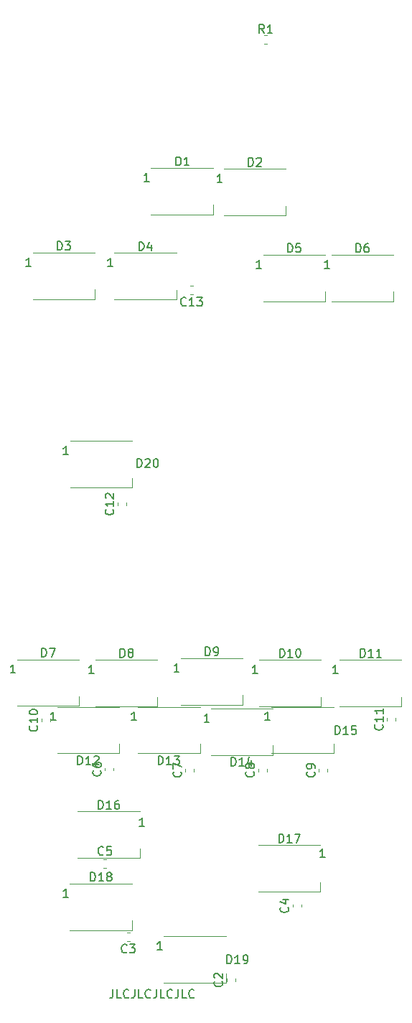
<source format=gbr>
%TF.GenerationSoftware,KiCad,Pcbnew,(5.1.12-1-10_14)*%
%TF.CreationDate,2021-11-25T17:39:32+11:00*%
%TF.ProjectId,APU Panel PCB V2,41505520-5061-46e6-956c-205043422056,rev?*%
%TF.SameCoordinates,Original*%
%TF.FileFunction,Legend,Top*%
%TF.FilePolarity,Positive*%
%FSLAX46Y46*%
G04 Gerber Fmt 4.6, Leading zero omitted, Abs format (unit mm)*
G04 Created by KiCad (PCBNEW (5.1.12-1-10_14)) date 2021-11-25 17:39:32*
%MOMM*%
%LPD*%
G01*
G04 APERTURE LIST*
%ADD10C,0.150000*%
%ADD11C,0.120000*%
G04 APERTURE END LIST*
D10*
X81010952Y-168922380D02*
X81010952Y-169636666D01*
X80963333Y-169779523D01*
X80868095Y-169874761D01*
X80725238Y-169922380D01*
X80630000Y-169922380D01*
X81963333Y-169922380D02*
X81487142Y-169922380D01*
X81487142Y-168922380D01*
X82868095Y-169827142D02*
X82820476Y-169874761D01*
X82677619Y-169922380D01*
X82582380Y-169922380D01*
X82439523Y-169874761D01*
X82344285Y-169779523D01*
X82296666Y-169684285D01*
X82249047Y-169493809D01*
X82249047Y-169350952D01*
X82296666Y-169160476D01*
X82344285Y-169065238D01*
X82439523Y-168970000D01*
X82582380Y-168922380D01*
X82677619Y-168922380D01*
X82820476Y-168970000D01*
X82868095Y-169017619D01*
X83582380Y-168922380D02*
X83582380Y-169636666D01*
X83534761Y-169779523D01*
X83439523Y-169874761D01*
X83296666Y-169922380D01*
X83201428Y-169922380D01*
X84534761Y-169922380D02*
X84058571Y-169922380D01*
X84058571Y-168922380D01*
X85439523Y-169827142D02*
X85391904Y-169874761D01*
X85249047Y-169922380D01*
X85153809Y-169922380D01*
X85010952Y-169874761D01*
X84915714Y-169779523D01*
X84868095Y-169684285D01*
X84820476Y-169493809D01*
X84820476Y-169350952D01*
X84868095Y-169160476D01*
X84915714Y-169065238D01*
X85010952Y-168970000D01*
X85153809Y-168922380D01*
X85249047Y-168922380D01*
X85391904Y-168970000D01*
X85439523Y-169017619D01*
X86153809Y-168922380D02*
X86153809Y-169636666D01*
X86106190Y-169779523D01*
X86010952Y-169874761D01*
X85868095Y-169922380D01*
X85772857Y-169922380D01*
X87106190Y-169922380D02*
X86630000Y-169922380D01*
X86630000Y-168922380D01*
X88010952Y-169827142D02*
X87963333Y-169874761D01*
X87820476Y-169922380D01*
X87725238Y-169922380D01*
X87582380Y-169874761D01*
X87487142Y-169779523D01*
X87439523Y-169684285D01*
X87391904Y-169493809D01*
X87391904Y-169350952D01*
X87439523Y-169160476D01*
X87487142Y-169065238D01*
X87582380Y-168970000D01*
X87725238Y-168922380D01*
X87820476Y-168922380D01*
X87963333Y-168970000D01*
X88010952Y-169017619D01*
X88725238Y-168922380D02*
X88725238Y-169636666D01*
X88677619Y-169779523D01*
X88582380Y-169874761D01*
X88439523Y-169922380D01*
X88344285Y-169922380D01*
X89677619Y-169922380D02*
X89201428Y-169922380D01*
X89201428Y-168922380D01*
X90582380Y-169827142D02*
X90534761Y-169874761D01*
X90391904Y-169922380D01*
X90296666Y-169922380D01*
X90153809Y-169874761D01*
X90058571Y-169779523D01*
X90010952Y-169684285D01*
X89963333Y-169493809D01*
X89963333Y-169350952D01*
X90010952Y-169160476D01*
X90058571Y-169065238D01*
X90153809Y-168970000D01*
X90296666Y-168922380D01*
X90391904Y-168922380D01*
X90534761Y-168970000D01*
X90582380Y-169017619D01*
D11*
%TO.C,C5*%
X79887221Y-153540000D02*
X80212779Y-153540000D01*
X79887221Y-154560000D02*
X80212779Y-154560000D01*
%TO.C,C2*%
X94409800Y-167937499D02*
X94409800Y-167611941D01*
X95429800Y-167937499D02*
X95429800Y-167611941D01*
%TO.C,C13*%
X90434379Y-86928420D02*
X90108821Y-86928420D01*
X90434379Y-85908420D02*
X90108821Y-85908420D01*
%TO.C,C12*%
X81559940Y-111828899D02*
X81559940Y-111503341D01*
X82579940Y-111828899D02*
X82579940Y-111503341D01*
%TO.C,C11*%
X113335340Y-137205939D02*
X113335340Y-136880381D01*
X114355340Y-137205939D02*
X114355340Y-136880381D01*
%TO.C,C10*%
X72588660Y-137338119D02*
X72588660Y-137012561D01*
X73608660Y-137338119D02*
X73608660Y-137012561D01*
%TO.C,C9*%
X105316560Y-143246159D02*
X105316560Y-142920601D01*
X106336560Y-143246159D02*
X106336560Y-142920601D01*
%TO.C,C8*%
X98141060Y-143220659D02*
X98141060Y-142895101D01*
X99161060Y-143220659D02*
X99161060Y-142895101D01*
%TO.C,C7*%
X89560940Y-143240979D02*
X89560940Y-142915421D01*
X90580940Y-143240979D02*
X90580940Y-142915421D01*
%TO.C,C6*%
X80071500Y-143101279D02*
X80071500Y-142775721D01*
X81091500Y-143101279D02*
X81091500Y-142775721D01*
%TO.C,C4*%
X102205060Y-159194819D02*
X102205060Y-158869261D01*
X103225060Y-159194819D02*
X103225060Y-158869261D01*
%TO.C,C3*%
X82974499Y-163219860D02*
X82648941Y-163219860D01*
X82974499Y-162199860D02*
X82648941Y-162199860D01*
%TO.C,R1*%
X98838901Y-56365680D02*
X99164459Y-56365680D01*
X98838901Y-57385680D02*
X99164459Y-57385680D01*
%TO.C,D20*%
X83253600Y-109734800D02*
X83253600Y-108584800D01*
X75953600Y-109734800D02*
X83253600Y-109734800D01*
X75953600Y-104234800D02*
X83253600Y-104234800D01*
%TO.C,D6*%
X106777600Y-82263600D02*
X114077600Y-82263600D01*
X106777600Y-87763600D02*
X114077600Y-87763600D01*
X114077600Y-87763600D02*
X114077600Y-86613600D01*
%TO.C,D5*%
X98723600Y-82263600D02*
X106023600Y-82263600D01*
X98723600Y-87763600D02*
X106023600Y-87763600D01*
X106023600Y-87763600D02*
X106023600Y-86613600D01*
%TO.C,D11*%
X107754400Y-130041200D02*
X115054400Y-130041200D01*
X107754400Y-135541200D02*
X115054400Y-135541200D01*
X115054400Y-135541200D02*
X115054400Y-134391200D01*
%TO.C,D19*%
X87028000Y-162654800D02*
X94328000Y-162654800D01*
X87028000Y-168154800D02*
X94328000Y-168154800D01*
X94328000Y-168154800D02*
X94328000Y-167004800D01*
%TO.C,D18*%
X75942000Y-156431600D02*
X83242000Y-156431600D01*
X75942000Y-161931600D02*
X83242000Y-161931600D01*
X83242000Y-161931600D02*
X83242000Y-160781600D01*
%TO.C,D17*%
X98153200Y-151885200D02*
X105453200Y-151885200D01*
X98153200Y-157385200D02*
X105453200Y-157385200D01*
X105453200Y-157385200D02*
X105453200Y-156235200D01*
%TO.C,D16*%
X76868000Y-147922800D02*
X84168000Y-147922800D01*
X76868000Y-153422800D02*
X84168000Y-153422800D01*
X84168000Y-153422800D02*
X84168000Y-152272800D01*
%TO.C,D15*%
X99728000Y-135578400D02*
X107028000Y-135578400D01*
X99728000Y-141078400D02*
X107028000Y-141078400D01*
X107028000Y-141078400D02*
X107028000Y-139928400D01*
%TO.C,D14*%
X92565200Y-135781600D02*
X99865200Y-135781600D01*
X92565200Y-141281600D02*
X99865200Y-141281600D01*
X99865200Y-141281600D02*
X99865200Y-140131600D01*
%TO.C,D13*%
X83980000Y-135578400D02*
X91280000Y-135578400D01*
X83980000Y-141078400D02*
X91280000Y-141078400D01*
X91280000Y-141078400D02*
X91280000Y-139928400D01*
%TO.C,D12*%
X74480400Y-135578400D02*
X81780400Y-135578400D01*
X74480400Y-141078400D02*
X81780400Y-141078400D01*
X81780400Y-141078400D02*
X81780400Y-139928400D01*
%TO.C,D10*%
X98254800Y-130041200D02*
X105554800Y-130041200D01*
X98254800Y-135541200D02*
X105554800Y-135541200D01*
X105554800Y-135541200D02*
X105554800Y-134391200D01*
%TO.C,D9*%
X89009200Y-129838000D02*
X96309200Y-129838000D01*
X89009200Y-135338000D02*
X96309200Y-135338000D01*
X96309200Y-135338000D02*
X96309200Y-134188000D01*
%TO.C,D8*%
X78950800Y-130041200D02*
X86250800Y-130041200D01*
X78950800Y-135541200D02*
X86250800Y-135541200D01*
X86250800Y-135541200D02*
X86250800Y-134391200D01*
%TO.C,D7*%
X69705200Y-129990400D02*
X77005200Y-129990400D01*
X69705200Y-135490400D02*
X77005200Y-135490400D01*
X77005200Y-135490400D02*
X77005200Y-134340400D01*
%TO.C,D4*%
X81186000Y-82060400D02*
X88486000Y-82060400D01*
X81186000Y-87560400D02*
X88486000Y-87560400D01*
X88486000Y-87560400D02*
X88486000Y-86410400D01*
%TO.C,D3*%
X71545600Y-82009600D02*
X78845600Y-82009600D01*
X71545600Y-87509600D02*
X78845600Y-87509600D01*
X78845600Y-87509600D02*
X78845600Y-86359600D01*
%TO.C,D2*%
X94089200Y-72129200D02*
X101389200Y-72129200D01*
X94089200Y-77629200D02*
X101389200Y-77629200D01*
X101389200Y-77629200D02*
X101389200Y-76479200D01*
%TO.C,D1*%
X85492400Y-72002400D02*
X92792400Y-72002400D01*
X85492400Y-77502400D02*
X92792400Y-77502400D01*
X92792400Y-77502400D02*
X92792400Y-76352400D01*
%TO.C,C5*%
D10*
X79883333Y-152977142D02*
X79835714Y-153024761D01*
X79692857Y-153072380D01*
X79597619Y-153072380D01*
X79454761Y-153024761D01*
X79359523Y-152929523D01*
X79311904Y-152834285D01*
X79264285Y-152643809D01*
X79264285Y-152500952D01*
X79311904Y-152310476D01*
X79359523Y-152215238D01*
X79454761Y-152120000D01*
X79597619Y-152072380D01*
X79692857Y-152072380D01*
X79835714Y-152120000D01*
X79883333Y-152167619D01*
X80788095Y-152072380D02*
X80311904Y-152072380D01*
X80264285Y-152548571D01*
X80311904Y-152500952D01*
X80407142Y-152453333D01*
X80645238Y-152453333D01*
X80740476Y-152500952D01*
X80788095Y-152548571D01*
X80835714Y-152643809D01*
X80835714Y-152881904D01*
X80788095Y-152977142D01*
X80740476Y-153024761D01*
X80645238Y-153072380D01*
X80407142Y-153072380D01*
X80311904Y-153024761D01*
X80264285Y-152977142D01*
%TO.C,C2*%
X93846942Y-167941386D02*
X93894561Y-167989005D01*
X93942180Y-168131862D01*
X93942180Y-168227100D01*
X93894561Y-168369958D01*
X93799323Y-168465196D01*
X93704085Y-168512815D01*
X93513609Y-168560434D01*
X93370752Y-168560434D01*
X93180276Y-168512815D01*
X93085038Y-168465196D01*
X92989800Y-168369958D01*
X92942180Y-168227100D01*
X92942180Y-168131862D01*
X92989800Y-167989005D01*
X93037419Y-167941386D01*
X93037419Y-167560434D02*
X92989800Y-167512815D01*
X92942180Y-167417577D01*
X92942180Y-167179481D01*
X92989800Y-167084243D01*
X93037419Y-167036624D01*
X93132657Y-166989005D01*
X93227895Y-166989005D01*
X93370752Y-167036624D01*
X93942180Y-167608053D01*
X93942180Y-166989005D01*
%TO.C,C13*%
X89628742Y-88205562D02*
X89581123Y-88253181D01*
X89438266Y-88300800D01*
X89343028Y-88300800D01*
X89200171Y-88253181D01*
X89104933Y-88157943D01*
X89057314Y-88062705D01*
X89009695Y-87872229D01*
X89009695Y-87729372D01*
X89057314Y-87538896D01*
X89104933Y-87443658D01*
X89200171Y-87348420D01*
X89343028Y-87300800D01*
X89438266Y-87300800D01*
X89581123Y-87348420D01*
X89628742Y-87396039D01*
X90581123Y-88300800D02*
X90009695Y-88300800D01*
X90295409Y-88300800D02*
X90295409Y-87300800D01*
X90200171Y-87443658D01*
X90104933Y-87538896D01*
X90009695Y-87586515D01*
X90914457Y-87300800D02*
X91533504Y-87300800D01*
X91200171Y-87681753D01*
X91343028Y-87681753D01*
X91438266Y-87729372D01*
X91485885Y-87776991D01*
X91533504Y-87872229D01*
X91533504Y-88110324D01*
X91485885Y-88205562D01*
X91438266Y-88253181D01*
X91343028Y-88300800D01*
X91057314Y-88300800D01*
X90962076Y-88253181D01*
X90914457Y-88205562D01*
%TO.C,C12*%
X80997082Y-112308977D02*
X81044701Y-112356596D01*
X81092320Y-112499453D01*
X81092320Y-112594691D01*
X81044701Y-112737548D01*
X80949463Y-112832786D01*
X80854225Y-112880405D01*
X80663749Y-112928024D01*
X80520892Y-112928024D01*
X80330416Y-112880405D01*
X80235178Y-112832786D01*
X80139940Y-112737548D01*
X80092320Y-112594691D01*
X80092320Y-112499453D01*
X80139940Y-112356596D01*
X80187559Y-112308977D01*
X81092320Y-111356596D02*
X81092320Y-111928024D01*
X81092320Y-111642310D02*
X80092320Y-111642310D01*
X80235178Y-111737548D01*
X80330416Y-111832786D01*
X80378035Y-111928024D01*
X80187559Y-110975643D02*
X80139940Y-110928024D01*
X80092320Y-110832786D01*
X80092320Y-110594691D01*
X80139940Y-110499453D01*
X80187559Y-110451834D01*
X80282797Y-110404215D01*
X80378035Y-110404215D01*
X80520892Y-110451834D01*
X81092320Y-111023262D01*
X81092320Y-110404215D01*
%TO.C,C11*%
X112772482Y-137686017D02*
X112820101Y-137733636D01*
X112867720Y-137876493D01*
X112867720Y-137971731D01*
X112820101Y-138114588D01*
X112724863Y-138209826D01*
X112629625Y-138257445D01*
X112439149Y-138305064D01*
X112296292Y-138305064D01*
X112105816Y-138257445D01*
X112010578Y-138209826D01*
X111915340Y-138114588D01*
X111867720Y-137971731D01*
X111867720Y-137876493D01*
X111915340Y-137733636D01*
X111962959Y-137686017D01*
X112867720Y-136733636D02*
X112867720Y-137305064D01*
X112867720Y-137019350D02*
X111867720Y-137019350D01*
X112010578Y-137114588D01*
X112105816Y-137209826D01*
X112153435Y-137305064D01*
X112867720Y-135781255D02*
X112867720Y-136352683D01*
X112867720Y-136066969D02*
X111867720Y-136066969D01*
X112010578Y-136162207D01*
X112105816Y-136257445D01*
X112153435Y-136352683D01*
%TO.C,C10*%
X72025802Y-137818197D02*
X72073421Y-137865816D01*
X72121040Y-138008673D01*
X72121040Y-138103911D01*
X72073421Y-138246768D01*
X71978183Y-138342006D01*
X71882945Y-138389625D01*
X71692469Y-138437244D01*
X71549612Y-138437244D01*
X71359136Y-138389625D01*
X71263898Y-138342006D01*
X71168660Y-138246768D01*
X71121040Y-138103911D01*
X71121040Y-138008673D01*
X71168660Y-137865816D01*
X71216279Y-137818197D01*
X72121040Y-136865816D02*
X72121040Y-137437244D01*
X72121040Y-137151530D02*
X71121040Y-137151530D01*
X71263898Y-137246768D01*
X71359136Y-137342006D01*
X71406755Y-137437244D01*
X71121040Y-136246768D02*
X71121040Y-136151530D01*
X71168660Y-136056292D01*
X71216279Y-136008673D01*
X71311517Y-135961054D01*
X71501993Y-135913435D01*
X71740088Y-135913435D01*
X71930564Y-135961054D01*
X72025802Y-136008673D01*
X72073421Y-136056292D01*
X72121040Y-136151530D01*
X72121040Y-136246768D01*
X72073421Y-136342006D01*
X72025802Y-136389625D01*
X71930564Y-136437244D01*
X71740088Y-136484863D01*
X71501993Y-136484863D01*
X71311517Y-136437244D01*
X71216279Y-136389625D01*
X71168660Y-136342006D01*
X71121040Y-136246768D01*
%TO.C,C9*%
X104753702Y-143250046D02*
X104801321Y-143297665D01*
X104848940Y-143440522D01*
X104848940Y-143535760D01*
X104801321Y-143678618D01*
X104706083Y-143773856D01*
X104610845Y-143821475D01*
X104420369Y-143869094D01*
X104277512Y-143869094D01*
X104087036Y-143821475D01*
X103991798Y-143773856D01*
X103896560Y-143678618D01*
X103848940Y-143535760D01*
X103848940Y-143440522D01*
X103896560Y-143297665D01*
X103944179Y-143250046D01*
X104848940Y-142773856D02*
X104848940Y-142583380D01*
X104801321Y-142488141D01*
X104753702Y-142440522D01*
X104610845Y-142345284D01*
X104420369Y-142297665D01*
X104039417Y-142297665D01*
X103944179Y-142345284D01*
X103896560Y-142392903D01*
X103848940Y-142488141D01*
X103848940Y-142678618D01*
X103896560Y-142773856D01*
X103944179Y-142821475D01*
X104039417Y-142869094D01*
X104277512Y-142869094D01*
X104372750Y-142821475D01*
X104420369Y-142773856D01*
X104467988Y-142678618D01*
X104467988Y-142488141D01*
X104420369Y-142392903D01*
X104372750Y-142345284D01*
X104277512Y-142297665D01*
%TO.C,C8*%
X97578202Y-143224546D02*
X97625821Y-143272165D01*
X97673440Y-143415022D01*
X97673440Y-143510260D01*
X97625821Y-143653118D01*
X97530583Y-143748356D01*
X97435345Y-143795975D01*
X97244869Y-143843594D01*
X97102012Y-143843594D01*
X96911536Y-143795975D01*
X96816298Y-143748356D01*
X96721060Y-143653118D01*
X96673440Y-143510260D01*
X96673440Y-143415022D01*
X96721060Y-143272165D01*
X96768679Y-143224546D01*
X97102012Y-142653118D02*
X97054393Y-142748356D01*
X97006774Y-142795975D01*
X96911536Y-142843594D01*
X96863917Y-142843594D01*
X96768679Y-142795975D01*
X96721060Y-142748356D01*
X96673440Y-142653118D01*
X96673440Y-142462641D01*
X96721060Y-142367403D01*
X96768679Y-142319784D01*
X96863917Y-142272165D01*
X96911536Y-142272165D01*
X97006774Y-142319784D01*
X97054393Y-142367403D01*
X97102012Y-142462641D01*
X97102012Y-142653118D01*
X97149631Y-142748356D01*
X97197250Y-142795975D01*
X97292488Y-142843594D01*
X97482964Y-142843594D01*
X97578202Y-142795975D01*
X97625821Y-142748356D01*
X97673440Y-142653118D01*
X97673440Y-142462641D01*
X97625821Y-142367403D01*
X97578202Y-142319784D01*
X97482964Y-142272165D01*
X97292488Y-142272165D01*
X97197250Y-142319784D01*
X97149631Y-142367403D01*
X97102012Y-142462641D01*
%TO.C,C7*%
X88998082Y-143244866D02*
X89045701Y-143292485D01*
X89093320Y-143435342D01*
X89093320Y-143530580D01*
X89045701Y-143673438D01*
X88950463Y-143768676D01*
X88855225Y-143816295D01*
X88664749Y-143863914D01*
X88521892Y-143863914D01*
X88331416Y-143816295D01*
X88236178Y-143768676D01*
X88140940Y-143673438D01*
X88093320Y-143530580D01*
X88093320Y-143435342D01*
X88140940Y-143292485D01*
X88188559Y-143244866D01*
X88093320Y-142911533D02*
X88093320Y-142244866D01*
X89093320Y-142673438D01*
%TO.C,C6*%
X79508642Y-143105166D02*
X79556261Y-143152785D01*
X79603880Y-143295642D01*
X79603880Y-143390880D01*
X79556261Y-143533738D01*
X79461023Y-143628976D01*
X79365785Y-143676595D01*
X79175309Y-143724214D01*
X79032452Y-143724214D01*
X78841976Y-143676595D01*
X78746738Y-143628976D01*
X78651500Y-143533738D01*
X78603880Y-143390880D01*
X78603880Y-143295642D01*
X78651500Y-143152785D01*
X78699119Y-143105166D01*
X78603880Y-142248023D02*
X78603880Y-142438500D01*
X78651500Y-142533738D01*
X78699119Y-142581357D01*
X78841976Y-142676595D01*
X79032452Y-142724214D01*
X79413404Y-142724214D01*
X79508642Y-142676595D01*
X79556261Y-142628976D01*
X79603880Y-142533738D01*
X79603880Y-142343261D01*
X79556261Y-142248023D01*
X79508642Y-142200404D01*
X79413404Y-142152785D01*
X79175309Y-142152785D01*
X79080071Y-142200404D01*
X79032452Y-142248023D01*
X78984833Y-142343261D01*
X78984833Y-142533738D01*
X79032452Y-142628976D01*
X79080071Y-142676595D01*
X79175309Y-142724214D01*
%TO.C,C4*%
X101642202Y-159198706D02*
X101689821Y-159246325D01*
X101737440Y-159389182D01*
X101737440Y-159484420D01*
X101689821Y-159627278D01*
X101594583Y-159722516D01*
X101499345Y-159770135D01*
X101308869Y-159817754D01*
X101166012Y-159817754D01*
X100975536Y-159770135D01*
X100880298Y-159722516D01*
X100785060Y-159627278D01*
X100737440Y-159484420D01*
X100737440Y-159389182D01*
X100785060Y-159246325D01*
X100832679Y-159198706D01*
X101070774Y-158341563D02*
X101737440Y-158341563D01*
X100689821Y-158579659D02*
X101404107Y-158817754D01*
X101404107Y-158198706D01*
%TO.C,C3*%
X82645053Y-164497002D02*
X82597434Y-164544621D01*
X82454577Y-164592240D01*
X82359339Y-164592240D01*
X82216481Y-164544621D01*
X82121243Y-164449383D01*
X82073624Y-164354145D01*
X82026005Y-164163669D01*
X82026005Y-164020812D01*
X82073624Y-163830336D01*
X82121243Y-163735098D01*
X82216481Y-163639860D01*
X82359339Y-163592240D01*
X82454577Y-163592240D01*
X82597434Y-163639860D01*
X82645053Y-163687479D01*
X82978386Y-163592240D02*
X83597434Y-163592240D01*
X83264100Y-163973193D01*
X83406958Y-163973193D01*
X83502196Y-164020812D01*
X83549815Y-164068431D01*
X83597434Y-164163669D01*
X83597434Y-164401764D01*
X83549815Y-164497002D01*
X83502196Y-164544621D01*
X83406958Y-164592240D01*
X83121243Y-164592240D01*
X83026005Y-164544621D01*
X82978386Y-164497002D01*
%TO.C,R1*%
X98853333Y-56122380D02*
X98520000Y-55646190D01*
X98281904Y-56122380D02*
X98281904Y-55122380D01*
X98662857Y-55122380D01*
X98758095Y-55170000D01*
X98805714Y-55217619D01*
X98853333Y-55312857D01*
X98853333Y-55455714D01*
X98805714Y-55550952D01*
X98758095Y-55598571D01*
X98662857Y-55646190D01*
X98281904Y-55646190D01*
X99805714Y-56122380D02*
X99234285Y-56122380D01*
X99520000Y-56122380D02*
X99520000Y-55122380D01*
X99424761Y-55265238D01*
X99329523Y-55360476D01*
X99234285Y-55408095D01*
%TO.C,D20*%
X83875714Y-107335580D02*
X83875714Y-106335580D01*
X84113809Y-106335580D01*
X84256666Y-106383200D01*
X84351904Y-106478438D01*
X84399523Y-106573676D01*
X84447142Y-106764152D01*
X84447142Y-106907009D01*
X84399523Y-107097485D01*
X84351904Y-107192723D01*
X84256666Y-107287961D01*
X84113809Y-107335580D01*
X83875714Y-107335580D01*
X84828095Y-106430819D02*
X84875714Y-106383200D01*
X84970952Y-106335580D01*
X85209047Y-106335580D01*
X85304285Y-106383200D01*
X85351904Y-106430819D01*
X85399523Y-106526057D01*
X85399523Y-106621295D01*
X85351904Y-106764152D01*
X84780476Y-107335580D01*
X85399523Y-107335580D01*
X86018571Y-106335580D02*
X86113809Y-106335580D01*
X86209047Y-106383200D01*
X86256666Y-106430819D01*
X86304285Y-106526057D01*
X86351904Y-106716533D01*
X86351904Y-106954628D01*
X86304285Y-107145104D01*
X86256666Y-107240342D01*
X86209047Y-107287961D01*
X86113809Y-107335580D01*
X86018571Y-107335580D01*
X85923333Y-107287961D01*
X85875714Y-107240342D01*
X85828095Y-107145104D01*
X85780476Y-106954628D01*
X85780476Y-106716533D01*
X85828095Y-106526057D01*
X85875714Y-106430819D01*
X85923333Y-106383200D01*
X86018571Y-106335580D01*
X75739314Y-105837180D02*
X75167885Y-105837180D01*
X75453600Y-105837180D02*
X75453600Y-104837180D01*
X75358361Y-104980038D01*
X75263123Y-105075276D01*
X75167885Y-105122895D01*
%TO.C,D6*%
X109689504Y-81965980D02*
X109689504Y-80965980D01*
X109927600Y-80965980D01*
X110070457Y-81013600D01*
X110165695Y-81108838D01*
X110213314Y-81204076D01*
X110260933Y-81394552D01*
X110260933Y-81537409D01*
X110213314Y-81727885D01*
X110165695Y-81823123D01*
X110070457Y-81918361D01*
X109927600Y-81965980D01*
X109689504Y-81965980D01*
X111118076Y-80965980D02*
X110927600Y-80965980D01*
X110832361Y-81013600D01*
X110784742Y-81061219D01*
X110689504Y-81204076D01*
X110641885Y-81394552D01*
X110641885Y-81775504D01*
X110689504Y-81870742D01*
X110737123Y-81918361D01*
X110832361Y-81965980D01*
X111022838Y-81965980D01*
X111118076Y-81918361D01*
X111165695Y-81870742D01*
X111213314Y-81775504D01*
X111213314Y-81537409D01*
X111165695Y-81442171D01*
X111118076Y-81394552D01*
X111022838Y-81346933D01*
X110832361Y-81346933D01*
X110737123Y-81394552D01*
X110689504Y-81442171D01*
X110641885Y-81537409D01*
X106563314Y-83865980D02*
X105991885Y-83865980D01*
X106277600Y-83865980D02*
X106277600Y-82865980D01*
X106182361Y-83008838D01*
X106087123Y-83104076D01*
X105991885Y-83151695D01*
%TO.C,D5*%
X101635504Y-81965980D02*
X101635504Y-80965980D01*
X101873600Y-80965980D01*
X102016457Y-81013600D01*
X102111695Y-81108838D01*
X102159314Y-81204076D01*
X102206933Y-81394552D01*
X102206933Y-81537409D01*
X102159314Y-81727885D01*
X102111695Y-81823123D01*
X102016457Y-81918361D01*
X101873600Y-81965980D01*
X101635504Y-81965980D01*
X103111695Y-80965980D02*
X102635504Y-80965980D01*
X102587885Y-81442171D01*
X102635504Y-81394552D01*
X102730742Y-81346933D01*
X102968838Y-81346933D01*
X103064076Y-81394552D01*
X103111695Y-81442171D01*
X103159314Y-81537409D01*
X103159314Y-81775504D01*
X103111695Y-81870742D01*
X103064076Y-81918361D01*
X102968838Y-81965980D01*
X102730742Y-81965980D01*
X102635504Y-81918361D01*
X102587885Y-81870742D01*
X98509314Y-83865980D02*
X97937885Y-83865980D01*
X98223600Y-83865980D02*
X98223600Y-82865980D01*
X98128361Y-83008838D01*
X98033123Y-83104076D01*
X97937885Y-83151695D01*
%TO.C,D11*%
X110190114Y-129743580D02*
X110190114Y-128743580D01*
X110428209Y-128743580D01*
X110571066Y-128791200D01*
X110666304Y-128886438D01*
X110713923Y-128981676D01*
X110761542Y-129172152D01*
X110761542Y-129315009D01*
X110713923Y-129505485D01*
X110666304Y-129600723D01*
X110571066Y-129695961D01*
X110428209Y-129743580D01*
X110190114Y-129743580D01*
X111713923Y-129743580D02*
X111142495Y-129743580D01*
X111428209Y-129743580D02*
X111428209Y-128743580D01*
X111332971Y-128886438D01*
X111237733Y-128981676D01*
X111142495Y-129029295D01*
X112666304Y-129743580D02*
X112094876Y-129743580D01*
X112380590Y-129743580D02*
X112380590Y-128743580D01*
X112285352Y-128886438D01*
X112190114Y-128981676D01*
X112094876Y-129029295D01*
X107540114Y-131643580D02*
X106968685Y-131643580D01*
X107254400Y-131643580D02*
X107254400Y-130643580D01*
X107159161Y-130786438D01*
X107063923Y-130881676D01*
X106968685Y-130929295D01*
%TO.C,D19*%
X94442114Y-165857180D02*
X94442114Y-164857180D01*
X94680209Y-164857180D01*
X94823066Y-164904800D01*
X94918304Y-165000038D01*
X94965923Y-165095276D01*
X95013542Y-165285752D01*
X95013542Y-165428609D01*
X94965923Y-165619085D01*
X94918304Y-165714323D01*
X94823066Y-165809561D01*
X94680209Y-165857180D01*
X94442114Y-165857180D01*
X95965923Y-165857180D02*
X95394495Y-165857180D01*
X95680209Y-165857180D02*
X95680209Y-164857180D01*
X95584971Y-165000038D01*
X95489733Y-165095276D01*
X95394495Y-165142895D01*
X96442114Y-165857180D02*
X96632590Y-165857180D01*
X96727828Y-165809561D01*
X96775447Y-165761942D01*
X96870685Y-165619085D01*
X96918304Y-165428609D01*
X96918304Y-165047657D01*
X96870685Y-164952419D01*
X96823066Y-164904800D01*
X96727828Y-164857180D01*
X96537352Y-164857180D01*
X96442114Y-164904800D01*
X96394495Y-164952419D01*
X96346876Y-165047657D01*
X96346876Y-165285752D01*
X96394495Y-165380990D01*
X96442114Y-165428609D01*
X96537352Y-165476228D01*
X96727828Y-165476228D01*
X96823066Y-165428609D01*
X96870685Y-165380990D01*
X96918304Y-165285752D01*
X86813714Y-164257180D02*
X86242285Y-164257180D01*
X86528000Y-164257180D02*
X86528000Y-163257180D01*
X86432761Y-163400038D01*
X86337523Y-163495276D01*
X86242285Y-163542895D01*
%TO.C,D18*%
X78377714Y-156133980D02*
X78377714Y-155133980D01*
X78615809Y-155133980D01*
X78758666Y-155181600D01*
X78853904Y-155276838D01*
X78901523Y-155372076D01*
X78949142Y-155562552D01*
X78949142Y-155705409D01*
X78901523Y-155895885D01*
X78853904Y-155991123D01*
X78758666Y-156086361D01*
X78615809Y-156133980D01*
X78377714Y-156133980D01*
X79901523Y-156133980D02*
X79330095Y-156133980D01*
X79615809Y-156133980D02*
X79615809Y-155133980D01*
X79520571Y-155276838D01*
X79425333Y-155372076D01*
X79330095Y-155419695D01*
X80472952Y-155562552D02*
X80377714Y-155514933D01*
X80330095Y-155467314D01*
X80282476Y-155372076D01*
X80282476Y-155324457D01*
X80330095Y-155229219D01*
X80377714Y-155181600D01*
X80472952Y-155133980D01*
X80663428Y-155133980D01*
X80758666Y-155181600D01*
X80806285Y-155229219D01*
X80853904Y-155324457D01*
X80853904Y-155372076D01*
X80806285Y-155467314D01*
X80758666Y-155514933D01*
X80663428Y-155562552D01*
X80472952Y-155562552D01*
X80377714Y-155610171D01*
X80330095Y-155657790D01*
X80282476Y-155753028D01*
X80282476Y-155943504D01*
X80330095Y-156038742D01*
X80377714Y-156086361D01*
X80472952Y-156133980D01*
X80663428Y-156133980D01*
X80758666Y-156086361D01*
X80806285Y-156038742D01*
X80853904Y-155943504D01*
X80853904Y-155753028D01*
X80806285Y-155657790D01*
X80758666Y-155610171D01*
X80663428Y-155562552D01*
X75727714Y-158033980D02*
X75156285Y-158033980D01*
X75442000Y-158033980D02*
X75442000Y-157033980D01*
X75346761Y-157176838D01*
X75251523Y-157272076D01*
X75156285Y-157319695D01*
%TO.C,D17*%
X100588914Y-151587580D02*
X100588914Y-150587580D01*
X100827009Y-150587580D01*
X100969866Y-150635200D01*
X101065104Y-150730438D01*
X101112723Y-150825676D01*
X101160342Y-151016152D01*
X101160342Y-151159009D01*
X101112723Y-151349485D01*
X101065104Y-151444723D01*
X100969866Y-151539961D01*
X100827009Y-151587580D01*
X100588914Y-151587580D01*
X102112723Y-151587580D02*
X101541295Y-151587580D01*
X101827009Y-151587580D02*
X101827009Y-150587580D01*
X101731771Y-150730438D01*
X101636533Y-150825676D01*
X101541295Y-150873295D01*
X102446057Y-150587580D02*
X103112723Y-150587580D01*
X102684152Y-151587580D01*
X106000514Y-153309580D02*
X105429085Y-153309580D01*
X105714800Y-153309580D02*
X105714800Y-152309580D01*
X105619561Y-152452438D01*
X105524323Y-152547676D01*
X105429085Y-152595295D01*
%TO.C,D16*%
X79303714Y-147625180D02*
X79303714Y-146625180D01*
X79541809Y-146625180D01*
X79684666Y-146672800D01*
X79779904Y-146768038D01*
X79827523Y-146863276D01*
X79875142Y-147053752D01*
X79875142Y-147196609D01*
X79827523Y-147387085D01*
X79779904Y-147482323D01*
X79684666Y-147577561D01*
X79541809Y-147625180D01*
X79303714Y-147625180D01*
X80827523Y-147625180D02*
X80256095Y-147625180D01*
X80541809Y-147625180D02*
X80541809Y-146625180D01*
X80446571Y-146768038D01*
X80351333Y-146863276D01*
X80256095Y-146910895D01*
X81684666Y-146625180D02*
X81494190Y-146625180D01*
X81398952Y-146672800D01*
X81351333Y-146720419D01*
X81256095Y-146863276D01*
X81208476Y-147053752D01*
X81208476Y-147434704D01*
X81256095Y-147529942D01*
X81303714Y-147577561D01*
X81398952Y-147625180D01*
X81589428Y-147625180D01*
X81684666Y-147577561D01*
X81732285Y-147529942D01*
X81779904Y-147434704D01*
X81779904Y-147196609D01*
X81732285Y-147101371D01*
X81684666Y-147053752D01*
X81589428Y-147006133D01*
X81398952Y-147006133D01*
X81303714Y-147053752D01*
X81256095Y-147101371D01*
X81208476Y-147196609D01*
X84715314Y-149651980D02*
X84143885Y-149651980D01*
X84429600Y-149651980D02*
X84429600Y-148651980D01*
X84334361Y-148794838D01*
X84239123Y-148890076D01*
X84143885Y-148937695D01*
%TO.C,D15*%
X107243714Y-138831580D02*
X107243714Y-137831580D01*
X107481809Y-137831580D01*
X107624666Y-137879200D01*
X107719904Y-137974438D01*
X107767523Y-138069676D01*
X107815142Y-138260152D01*
X107815142Y-138403009D01*
X107767523Y-138593485D01*
X107719904Y-138688723D01*
X107624666Y-138783961D01*
X107481809Y-138831580D01*
X107243714Y-138831580D01*
X108767523Y-138831580D02*
X108196095Y-138831580D01*
X108481809Y-138831580D02*
X108481809Y-137831580D01*
X108386571Y-137974438D01*
X108291333Y-138069676D01*
X108196095Y-138117295D01*
X109672285Y-137831580D02*
X109196095Y-137831580D01*
X109148476Y-138307771D01*
X109196095Y-138260152D01*
X109291333Y-138212533D01*
X109529428Y-138212533D01*
X109624666Y-138260152D01*
X109672285Y-138307771D01*
X109719904Y-138403009D01*
X109719904Y-138641104D01*
X109672285Y-138736342D01*
X109624666Y-138783961D01*
X109529428Y-138831580D01*
X109291333Y-138831580D01*
X109196095Y-138783961D01*
X109148476Y-138736342D01*
X99513714Y-137180780D02*
X98942285Y-137180780D01*
X99228000Y-137180780D02*
X99228000Y-136180780D01*
X99132761Y-136323638D01*
X99037523Y-136418876D01*
X98942285Y-136466495D01*
%TO.C,D14*%
X94950114Y-142539980D02*
X94950114Y-141539980D01*
X95188209Y-141539980D01*
X95331066Y-141587600D01*
X95426304Y-141682838D01*
X95473923Y-141778076D01*
X95521542Y-141968552D01*
X95521542Y-142111409D01*
X95473923Y-142301885D01*
X95426304Y-142397123D01*
X95331066Y-142492361D01*
X95188209Y-142539980D01*
X94950114Y-142539980D01*
X96473923Y-142539980D02*
X95902495Y-142539980D01*
X96188209Y-142539980D02*
X96188209Y-141539980D01*
X96092971Y-141682838D01*
X95997733Y-141778076D01*
X95902495Y-141825695D01*
X97331066Y-141873314D02*
X97331066Y-142539980D01*
X97092971Y-141492361D02*
X96854876Y-142206647D01*
X97473923Y-142206647D01*
X92350914Y-137383980D02*
X91779485Y-137383980D01*
X92065200Y-137383980D02*
X92065200Y-136383980D01*
X91969961Y-136526838D01*
X91874723Y-136622076D01*
X91779485Y-136669695D01*
%TO.C,D13*%
X86364914Y-142387580D02*
X86364914Y-141387580D01*
X86603009Y-141387580D01*
X86745866Y-141435200D01*
X86841104Y-141530438D01*
X86888723Y-141625676D01*
X86936342Y-141816152D01*
X86936342Y-141959009D01*
X86888723Y-142149485D01*
X86841104Y-142244723D01*
X86745866Y-142339961D01*
X86603009Y-142387580D01*
X86364914Y-142387580D01*
X87888723Y-142387580D02*
X87317295Y-142387580D01*
X87603009Y-142387580D02*
X87603009Y-141387580D01*
X87507771Y-141530438D01*
X87412533Y-141625676D01*
X87317295Y-141673295D01*
X88222057Y-141387580D02*
X88841104Y-141387580D01*
X88507771Y-141768533D01*
X88650628Y-141768533D01*
X88745866Y-141816152D01*
X88793485Y-141863771D01*
X88841104Y-141959009D01*
X88841104Y-142197104D01*
X88793485Y-142292342D01*
X88745866Y-142339961D01*
X88650628Y-142387580D01*
X88364914Y-142387580D01*
X88269676Y-142339961D01*
X88222057Y-142292342D01*
X83765714Y-137180780D02*
X83194285Y-137180780D01*
X83480000Y-137180780D02*
X83480000Y-136180780D01*
X83384761Y-136323638D01*
X83289523Y-136418876D01*
X83194285Y-136466495D01*
%TO.C,D12*%
X76865314Y-142387580D02*
X76865314Y-141387580D01*
X77103409Y-141387580D01*
X77246266Y-141435200D01*
X77341504Y-141530438D01*
X77389123Y-141625676D01*
X77436742Y-141816152D01*
X77436742Y-141959009D01*
X77389123Y-142149485D01*
X77341504Y-142244723D01*
X77246266Y-142339961D01*
X77103409Y-142387580D01*
X76865314Y-142387580D01*
X78389123Y-142387580D02*
X77817695Y-142387580D01*
X78103409Y-142387580D02*
X78103409Y-141387580D01*
X78008171Y-141530438D01*
X77912933Y-141625676D01*
X77817695Y-141673295D01*
X78770076Y-141482819D02*
X78817695Y-141435200D01*
X78912933Y-141387580D01*
X79151028Y-141387580D01*
X79246266Y-141435200D01*
X79293885Y-141482819D01*
X79341504Y-141578057D01*
X79341504Y-141673295D01*
X79293885Y-141816152D01*
X78722457Y-142387580D01*
X79341504Y-142387580D01*
X74266114Y-137180780D02*
X73694685Y-137180780D01*
X73980400Y-137180780D02*
X73980400Y-136180780D01*
X73885161Y-136323638D01*
X73789923Y-136418876D01*
X73694685Y-136466495D01*
%TO.C,D10*%
X100690514Y-129743580D02*
X100690514Y-128743580D01*
X100928609Y-128743580D01*
X101071466Y-128791200D01*
X101166704Y-128886438D01*
X101214323Y-128981676D01*
X101261942Y-129172152D01*
X101261942Y-129315009D01*
X101214323Y-129505485D01*
X101166704Y-129600723D01*
X101071466Y-129695961D01*
X100928609Y-129743580D01*
X100690514Y-129743580D01*
X102214323Y-129743580D02*
X101642895Y-129743580D01*
X101928609Y-129743580D02*
X101928609Y-128743580D01*
X101833371Y-128886438D01*
X101738133Y-128981676D01*
X101642895Y-129029295D01*
X102833371Y-128743580D02*
X102928609Y-128743580D01*
X103023847Y-128791200D01*
X103071466Y-128838819D01*
X103119085Y-128934057D01*
X103166704Y-129124533D01*
X103166704Y-129362628D01*
X103119085Y-129553104D01*
X103071466Y-129648342D01*
X103023847Y-129695961D01*
X102928609Y-129743580D01*
X102833371Y-129743580D01*
X102738133Y-129695961D01*
X102690514Y-129648342D01*
X102642895Y-129553104D01*
X102595276Y-129362628D01*
X102595276Y-129124533D01*
X102642895Y-128934057D01*
X102690514Y-128838819D01*
X102738133Y-128791200D01*
X102833371Y-128743580D01*
X98040514Y-131643580D02*
X97469085Y-131643580D01*
X97754800Y-131643580D02*
X97754800Y-130643580D01*
X97659561Y-130786438D01*
X97564323Y-130881676D01*
X97469085Y-130929295D01*
%TO.C,D9*%
X91921104Y-129540380D02*
X91921104Y-128540380D01*
X92159200Y-128540380D01*
X92302057Y-128588000D01*
X92397295Y-128683238D01*
X92444914Y-128778476D01*
X92492533Y-128968952D01*
X92492533Y-129111809D01*
X92444914Y-129302285D01*
X92397295Y-129397523D01*
X92302057Y-129492761D01*
X92159200Y-129540380D01*
X91921104Y-129540380D01*
X92968723Y-129540380D02*
X93159200Y-129540380D01*
X93254438Y-129492761D01*
X93302057Y-129445142D01*
X93397295Y-129302285D01*
X93444914Y-129111809D01*
X93444914Y-128730857D01*
X93397295Y-128635619D01*
X93349676Y-128588000D01*
X93254438Y-128540380D01*
X93063961Y-128540380D01*
X92968723Y-128588000D01*
X92921104Y-128635619D01*
X92873485Y-128730857D01*
X92873485Y-128968952D01*
X92921104Y-129064190D01*
X92968723Y-129111809D01*
X93063961Y-129159428D01*
X93254438Y-129159428D01*
X93349676Y-129111809D01*
X93397295Y-129064190D01*
X93444914Y-128968952D01*
X88794914Y-131440380D02*
X88223485Y-131440380D01*
X88509200Y-131440380D02*
X88509200Y-130440380D01*
X88413961Y-130583238D01*
X88318723Y-130678476D01*
X88223485Y-130726095D01*
%TO.C,D8*%
X81862704Y-129743580D02*
X81862704Y-128743580D01*
X82100800Y-128743580D01*
X82243657Y-128791200D01*
X82338895Y-128886438D01*
X82386514Y-128981676D01*
X82434133Y-129172152D01*
X82434133Y-129315009D01*
X82386514Y-129505485D01*
X82338895Y-129600723D01*
X82243657Y-129695961D01*
X82100800Y-129743580D01*
X81862704Y-129743580D01*
X83005561Y-129172152D02*
X82910323Y-129124533D01*
X82862704Y-129076914D01*
X82815085Y-128981676D01*
X82815085Y-128934057D01*
X82862704Y-128838819D01*
X82910323Y-128791200D01*
X83005561Y-128743580D01*
X83196038Y-128743580D01*
X83291276Y-128791200D01*
X83338895Y-128838819D01*
X83386514Y-128934057D01*
X83386514Y-128981676D01*
X83338895Y-129076914D01*
X83291276Y-129124533D01*
X83196038Y-129172152D01*
X83005561Y-129172152D01*
X82910323Y-129219771D01*
X82862704Y-129267390D01*
X82815085Y-129362628D01*
X82815085Y-129553104D01*
X82862704Y-129648342D01*
X82910323Y-129695961D01*
X83005561Y-129743580D01*
X83196038Y-129743580D01*
X83291276Y-129695961D01*
X83338895Y-129648342D01*
X83386514Y-129553104D01*
X83386514Y-129362628D01*
X83338895Y-129267390D01*
X83291276Y-129219771D01*
X83196038Y-129172152D01*
X78736514Y-131643580D02*
X78165085Y-131643580D01*
X78450800Y-131643580D02*
X78450800Y-130643580D01*
X78355561Y-130786438D01*
X78260323Y-130881676D01*
X78165085Y-130929295D01*
%TO.C,D7*%
X72617104Y-129692780D02*
X72617104Y-128692780D01*
X72855200Y-128692780D01*
X72998057Y-128740400D01*
X73093295Y-128835638D01*
X73140914Y-128930876D01*
X73188533Y-129121352D01*
X73188533Y-129264209D01*
X73140914Y-129454685D01*
X73093295Y-129549923D01*
X72998057Y-129645161D01*
X72855200Y-129692780D01*
X72617104Y-129692780D01*
X73521866Y-128692780D02*
X74188533Y-128692780D01*
X73759961Y-129692780D01*
X69490914Y-131592780D02*
X68919485Y-131592780D01*
X69205200Y-131592780D02*
X69205200Y-130592780D01*
X69109961Y-130735638D01*
X69014723Y-130830876D01*
X68919485Y-130878495D01*
%TO.C,D4*%
X84097904Y-81762780D02*
X84097904Y-80762780D01*
X84336000Y-80762780D01*
X84478857Y-80810400D01*
X84574095Y-80905638D01*
X84621714Y-81000876D01*
X84669333Y-81191352D01*
X84669333Y-81334209D01*
X84621714Y-81524685D01*
X84574095Y-81619923D01*
X84478857Y-81715161D01*
X84336000Y-81762780D01*
X84097904Y-81762780D01*
X85526476Y-81096114D02*
X85526476Y-81762780D01*
X85288380Y-80715161D02*
X85050285Y-81429447D01*
X85669333Y-81429447D01*
X80971714Y-83662780D02*
X80400285Y-83662780D01*
X80686000Y-83662780D02*
X80686000Y-82662780D01*
X80590761Y-82805638D01*
X80495523Y-82900876D01*
X80400285Y-82948495D01*
%TO.C,D3*%
X74457504Y-81711980D02*
X74457504Y-80711980D01*
X74695600Y-80711980D01*
X74838457Y-80759600D01*
X74933695Y-80854838D01*
X74981314Y-80950076D01*
X75028933Y-81140552D01*
X75028933Y-81283409D01*
X74981314Y-81473885D01*
X74933695Y-81569123D01*
X74838457Y-81664361D01*
X74695600Y-81711980D01*
X74457504Y-81711980D01*
X75362266Y-80711980D02*
X75981314Y-80711980D01*
X75647980Y-81092933D01*
X75790838Y-81092933D01*
X75886076Y-81140552D01*
X75933695Y-81188171D01*
X75981314Y-81283409D01*
X75981314Y-81521504D01*
X75933695Y-81616742D01*
X75886076Y-81664361D01*
X75790838Y-81711980D01*
X75505123Y-81711980D01*
X75409885Y-81664361D01*
X75362266Y-81616742D01*
X71331314Y-83611980D02*
X70759885Y-83611980D01*
X71045600Y-83611980D02*
X71045600Y-82611980D01*
X70950361Y-82754838D01*
X70855123Y-82850076D01*
X70759885Y-82897695D01*
%TO.C,D2*%
X97001104Y-71831580D02*
X97001104Y-70831580D01*
X97239200Y-70831580D01*
X97382057Y-70879200D01*
X97477295Y-70974438D01*
X97524914Y-71069676D01*
X97572533Y-71260152D01*
X97572533Y-71403009D01*
X97524914Y-71593485D01*
X97477295Y-71688723D01*
X97382057Y-71783961D01*
X97239200Y-71831580D01*
X97001104Y-71831580D01*
X97953485Y-70926819D02*
X98001104Y-70879200D01*
X98096342Y-70831580D01*
X98334438Y-70831580D01*
X98429676Y-70879200D01*
X98477295Y-70926819D01*
X98524914Y-71022057D01*
X98524914Y-71117295D01*
X98477295Y-71260152D01*
X97905866Y-71831580D01*
X98524914Y-71831580D01*
X93874914Y-73731580D02*
X93303485Y-73731580D01*
X93589200Y-73731580D02*
X93589200Y-72731580D01*
X93493961Y-72874438D01*
X93398723Y-72969676D01*
X93303485Y-73017295D01*
%TO.C,D1*%
X88466704Y-71724780D02*
X88466704Y-70724780D01*
X88704800Y-70724780D01*
X88847657Y-70772400D01*
X88942895Y-70867638D01*
X88990514Y-70962876D01*
X89038133Y-71153352D01*
X89038133Y-71296209D01*
X88990514Y-71486685D01*
X88942895Y-71581923D01*
X88847657Y-71677161D01*
X88704800Y-71724780D01*
X88466704Y-71724780D01*
X89990514Y-71724780D02*
X89419085Y-71724780D01*
X89704800Y-71724780D02*
X89704800Y-70724780D01*
X89609561Y-70867638D01*
X89514323Y-70962876D01*
X89419085Y-71010495D01*
X85278114Y-73604780D02*
X84706685Y-73604780D01*
X84992400Y-73604780D02*
X84992400Y-72604780D01*
X84897161Y-72747638D01*
X84801923Y-72842876D01*
X84706685Y-72890495D01*
%TD*%
M02*

</source>
